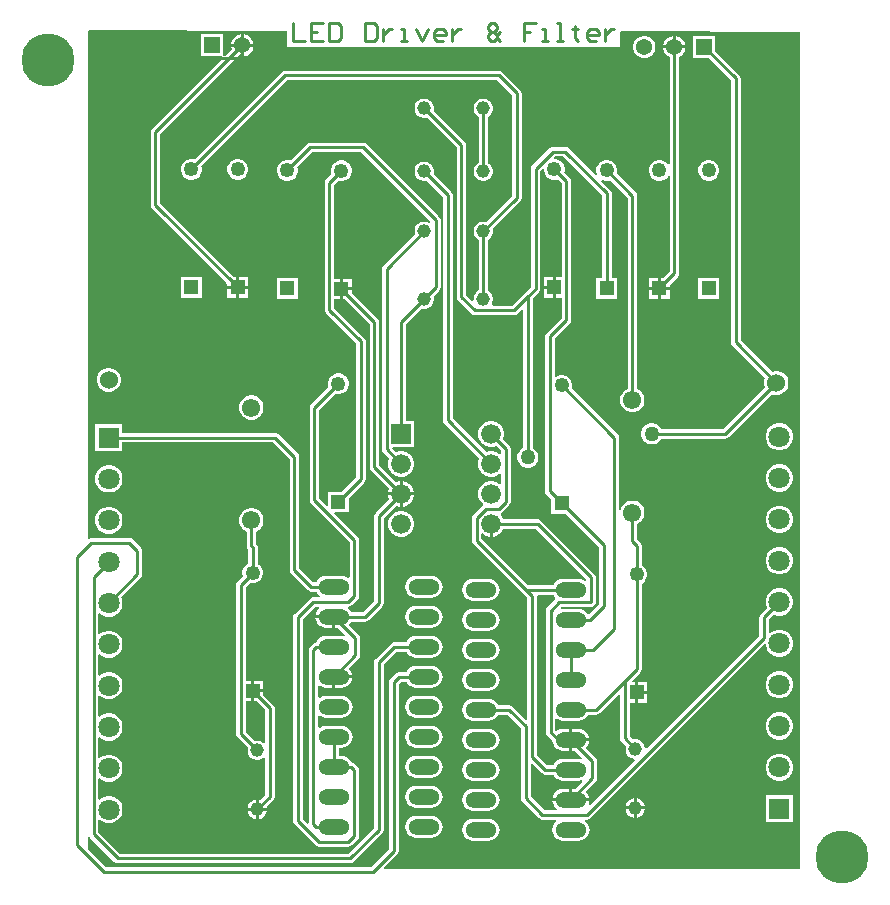
<source format=gtl>
G04*
G04 #@! TF.GenerationSoftware,Altium Limited,Altium Designer,23.9.2 (47)*
G04*
G04 Layer_Physical_Order=1*
G04 Layer_Color=255*
%FSLAX44Y44*%
%MOMM*%
G71*
G04*
G04 #@! TF.SameCoordinates,B01C943C-82B9-4626-82FF-92624BC3EB66*
G04*
G04*
G04 #@! TF.FilePolarity,Positive*
G04*
G01*
G75*
%ADD13C,0.2540*%
%ADD17R,1.2500X1.2500*%
%ADD18C,1.2500*%
%ADD29C,0.2700*%
%ADD30R,1.8000X1.8000*%
%ADD31C,1.8000*%
%ADD32C,4.5000*%
%ADD33C,1.5500*%
%ADD34C,1.1500*%
%ADD35O,2.6416X1.3208*%
%ADD36C,1.3700*%
%ADD37R,1.3700X1.3700*%
%ADD38R,1.3700X1.3700*%
%ADD39C,1.5300*%
%ADD40C,1.6764*%
%ADD41R,1.6764X1.6764*%
%ADD42C,1.2700*%
G36*
X232410Y729894D02*
Y716280D01*
X514262D01*
Y728402D01*
X515161Y729299D01*
X666750Y728980D01*
Y20320D01*
X314608D01*
X314122Y21493D01*
X325384Y32755D01*
X326244Y34042D01*
X326546Y35560D01*
Y177173D01*
X328287Y178914D01*
X333121D01*
X333389Y178269D01*
X334854Y176358D01*
X336765Y174893D01*
X338989Y173971D01*
X341376Y173657D01*
X354584D01*
X356971Y173971D01*
X359195Y174893D01*
X361106Y176358D01*
X362571Y178269D01*
X363493Y180493D01*
X363807Y182880D01*
X363493Y185267D01*
X362571Y187491D01*
X361106Y189402D01*
X359195Y190867D01*
X356971Y191789D01*
X354584Y192103D01*
X341376D01*
X338989Y191789D01*
X336765Y190867D01*
X334854Y189402D01*
X333389Y187491D01*
X333121Y186846D01*
X326644D01*
X325126Y186544D01*
X323839Y185685D01*
X319776Y181621D01*
X318916Y180334D01*
X318614Y178816D01*
Y37203D01*
X303157Y21746D01*
X79113D01*
X63500Y37359D01*
Y47639D01*
X64139Y47844D01*
X64770Y47850D01*
X65521Y46726D01*
X85842Y26405D01*
X87128Y25546D01*
X88646Y25244D01*
X285750D01*
X287268Y25546D01*
X288554Y26405D01*
X312684Y50535D01*
X313544Y51822D01*
X313846Y53340D01*
Y193937D01*
X324223Y204314D01*
X333121D01*
X333389Y203669D01*
X334854Y201758D01*
X336765Y200293D01*
X338989Y199371D01*
X341376Y199057D01*
X354584D01*
X356971Y199371D01*
X359195Y200293D01*
X361106Y201758D01*
X362571Y203669D01*
X363493Y205893D01*
X363807Y208280D01*
X363493Y210667D01*
X362571Y212891D01*
X361106Y214802D01*
X359195Y216267D01*
X356971Y217189D01*
X354584Y217503D01*
X341376D01*
X338989Y217189D01*
X336765Y216267D01*
X334854Y214802D01*
X333389Y212891D01*
X333121Y212246D01*
X322580D01*
X321062Y211944D01*
X319776Y211084D01*
X307076Y198384D01*
X306216Y197098D01*
X305914Y195580D01*
Y54983D01*
X284107Y33176D01*
X90289D01*
X72292Y51173D01*
Y61529D01*
X73465Y62015D01*
X74194Y61286D01*
X76826Y59767D01*
X79761Y58980D01*
X82799D01*
X85734Y59767D01*
X88366Y61286D01*
X90514Y63434D01*
X92034Y66066D01*
X92820Y69001D01*
Y72039D01*
X92034Y74974D01*
X90514Y77606D01*
X88366Y79754D01*
X85734Y81274D01*
X82799Y82060D01*
X79761D01*
X76826Y81274D01*
X74194Y79754D01*
X73465Y79026D01*
X72292Y79512D01*
Y96529D01*
X73465Y97015D01*
X74194Y96286D01*
X76826Y94767D01*
X79761Y93980D01*
X82799D01*
X85734Y94767D01*
X88366Y96286D01*
X90514Y98434D01*
X92034Y101066D01*
X92820Y104001D01*
Y107039D01*
X92034Y109974D01*
X90514Y112606D01*
X88366Y114754D01*
X85734Y116274D01*
X82799Y117060D01*
X79761D01*
X76826Y116274D01*
X74194Y114754D01*
X73465Y114026D01*
X72292Y114512D01*
Y131528D01*
X73465Y132014D01*
X74194Y131286D01*
X76826Y129766D01*
X79761Y128980D01*
X82799D01*
X85734Y129766D01*
X88366Y131286D01*
X90514Y133434D01*
X92034Y136066D01*
X92820Y139001D01*
Y142039D01*
X92034Y144974D01*
X90514Y147606D01*
X88366Y149754D01*
X85734Y151273D01*
X82799Y152060D01*
X79761D01*
X76826Y151273D01*
X74194Y149754D01*
X73465Y149025D01*
X72292Y149511D01*
Y166529D01*
X73465Y167015D01*
X74194Y166286D01*
X76826Y164767D01*
X79761Y163980D01*
X82799D01*
X85734Y164767D01*
X88366Y166286D01*
X90514Y168434D01*
X92034Y171066D01*
X92820Y174001D01*
Y177039D01*
X92034Y179974D01*
X90514Y182606D01*
X88366Y184754D01*
X85734Y186274D01*
X82799Y187060D01*
X79761D01*
X76826Y186274D01*
X74194Y184754D01*
X73465Y184026D01*
X72292Y184512D01*
Y201529D01*
X73465Y202015D01*
X74194Y201286D01*
X76826Y199767D01*
X79761Y198980D01*
X82799D01*
X85734Y199767D01*
X88366Y201286D01*
X90514Y203435D01*
X92034Y206066D01*
X92820Y209001D01*
Y212040D01*
X92034Y214975D01*
X90514Y217606D01*
X88366Y219755D01*
X85734Y221274D01*
X82799Y222060D01*
X79761D01*
X76826Y221274D01*
X74194Y219755D01*
X73465Y219026D01*
X72292Y219512D01*
Y236528D01*
X73465Y237015D01*
X74194Y236286D01*
X76826Y234766D01*
X79761Y233980D01*
X82799D01*
X85734Y234766D01*
X88366Y236286D01*
X90514Y238434D01*
X92034Y241066D01*
X92820Y244001D01*
Y247039D01*
X92034Y249974D01*
X91781Y250412D01*
X108215Y266845D01*
X109074Y268132D01*
X109376Y269650D01*
Y289560D01*
X109074Y291078D01*
X108215Y292365D01*
X101363Y299216D01*
X100076Y300076D01*
X98558Y300378D01*
X66542D01*
X65024Y300076D01*
X64770Y299906D01*
X63500Y300585D01*
Y729351D01*
X64399Y730248D01*
X232410Y729894D01*
D02*
G37*
%LPC*%
G36*
X195580Y726931D02*
Y718820D01*
X203691D01*
X203060Y721174D01*
X201824Y723316D01*
X200076Y725064D01*
X197934Y726300D01*
X195580Y726931D01*
D02*
G37*
G36*
X193040D02*
X190686Y726300D01*
X188544Y725064D01*
X186796Y723316D01*
X185560Y721174D01*
X184929Y718820D01*
X193040D01*
Y726931D01*
D02*
G37*
G36*
X561340Y725661D02*
Y717550D01*
X569451D01*
X568820Y719904D01*
X567584Y722046D01*
X565836Y723794D01*
X563694Y725030D01*
X561340Y725661D01*
D02*
G37*
G36*
X558800D02*
X556446Y725030D01*
X554304Y723794D01*
X552556Y722046D01*
X551320Y719904D01*
X550689Y717550D01*
X558800D01*
Y725661D01*
D02*
G37*
G36*
X203691Y716280D02*
X195580D01*
Y708169D01*
X197934Y708800D01*
X200076Y710036D01*
X201824Y711784D01*
X203060Y713926D01*
X203691Y716280D01*
D02*
G37*
G36*
X178300Y726940D02*
X159520D01*
Y708160D01*
X177355Y708160D01*
X177426D01*
D01*
X177515Y708160D01*
X177595Y707967D01*
X178041Y706890D01*
X117845Y646694D01*
X116986Y645408D01*
X116684Y643890D01*
Y582460D01*
X116986Y580942D01*
X117845Y579656D01*
X181710Y515791D01*
Y513880D01*
X189230D01*
Y521400D01*
X187319D01*
X124616Y584103D01*
Y642247D01*
X191067Y708698D01*
X193040Y708169D01*
Y716280D01*
X184929D01*
X185458Y714307D01*
X179570Y708419D01*
X178300Y708945D01*
X178300Y709034D01*
X178300Y709034D01*
X178300Y709105D01*
Y726940D01*
D02*
G37*
G36*
X535906Y725670D02*
X533434D01*
X531046Y725030D01*
X528904Y723794D01*
X527156Y722046D01*
X525920Y719904D01*
X525280Y717516D01*
Y715044D01*
X525920Y712656D01*
X527156Y710514D01*
X528904Y708766D01*
X531046Y707530D01*
X533434Y706890D01*
X535906D01*
X538294Y707530D01*
X540436Y708766D01*
X542184Y710514D01*
X543420Y712656D01*
X544060Y715044D01*
Y717516D01*
X543420Y719904D01*
X542184Y722046D01*
X540436Y723794D01*
X538294Y725030D01*
X535906Y725670D01*
D02*
G37*
G36*
X569451Y715010D02*
X560070D01*
X550689D01*
X551320Y712656D01*
X552556Y710514D01*
X554304Y708766D01*
X556104Y707727D01*
Y616802D01*
X554834Y616462D01*
X554404Y617207D01*
X552767Y618843D01*
X550763Y620001D01*
X548527Y620600D01*
X546213D01*
X543977Y620001D01*
X541973Y618843D01*
X540336Y617207D01*
X539179Y615203D01*
X538580Y612967D01*
Y610653D01*
X539179Y608417D01*
X540336Y606413D01*
X541973Y604776D01*
X543977Y603619D01*
X546213Y603020D01*
X548527D01*
X550763Y603619D01*
X552767Y604776D01*
X554404Y606413D01*
X554834Y607158D01*
X556104Y606817D01*
Y526153D01*
X550551Y520600D01*
X548640D01*
Y513080D01*
X556160D01*
Y514991D01*
X562874Y521706D01*
X563734Y522992D01*
X564036Y524510D01*
Y707727D01*
X565836Y708766D01*
X567584Y710514D01*
X568820Y712656D01*
X569451Y715010D01*
D02*
G37*
G36*
X191657Y621400D02*
X189343D01*
X187107Y620801D01*
X185103Y619644D01*
X183466Y618007D01*
X182309Y616003D01*
X181710Y613767D01*
Y611453D01*
X182309Y609217D01*
X183466Y607213D01*
X185103Y605576D01*
X187107Y604419D01*
X189343Y603820D01*
X191657D01*
X193893Y604419D01*
X195897Y605576D01*
X197534Y607213D01*
X198691Y609217D01*
X199290Y611453D01*
Y613767D01*
X198691Y616003D01*
X197534Y618007D01*
X195897Y619644D01*
X193893Y620801D01*
X191657Y621400D01*
D02*
G37*
G36*
X590437Y620600D02*
X588123D01*
X585887Y620001D01*
X583883Y618843D01*
X582246Y617207D01*
X581089Y615203D01*
X580490Y612967D01*
Y610653D01*
X581089Y608417D01*
X582246Y606413D01*
X583883Y604776D01*
X585887Y603619D01*
X588123Y603020D01*
X590437D01*
X592673Y603619D01*
X594677Y604776D01*
X596314Y606413D01*
X597471Y608417D01*
X598070Y610653D01*
Y612967D01*
X597471Y615203D01*
X596314Y617207D01*
X594677Y618843D01*
X592673Y620001D01*
X590437Y620600D01*
D02*
G37*
G36*
X399472Y672500D02*
X397289D01*
X395180Y671935D01*
X393290Y670844D01*
X391747Y669300D01*
X390655Y667410D01*
X390090Y665301D01*
Y663119D01*
X390655Y661010D01*
X391747Y659120D01*
X393290Y657576D01*
X394414Y656927D01*
Y618153D01*
X393290Y617504D01*
X391747Y615960D01*
X390655Y614070D01*
X390090Y611961D01*
Y609779D01*
X390655Y607670D01*
X391747Y605780D01*
X393290Y604236D01*
X395180Y603145D01*
X397289Y602580D01*
X399472D01*
X401580Y603145D01*
X403470Y604236D01*
X405014Y605780D01*
X406105Y607670D01*
X406670Y609779D01*
Y611961D01*
X406105Y614070D01*
X405014Y615960D01*
X403470Y617504D01*
X402346Y618153D01*
Y656927D01*
X403470Y657576D01*
X405014Y659120D01*
X406105Y661010D01*
X406670Y663119D01*
Y665301D01*
X406105Y667410D01*
X405014Y669300D01*
X403470Y670844D01*
X401580Y671935D01*
X399472Y672500D01*
D02*
G37*
G36*
X279287Y620130D02*
X276973D01*
X274737Y619531D01*
X272733Y618374D01*
X271096Y616737D01*
X269939Y614733D01*
X269340Y612497D01*
Y610183D01*
X269768Y608587D01*
X265166Y603984D01*
X264306Y602698D01*
X264004Y601180D01*
Y493776D01*
X264306Y492258D01*
X265166Y490971D01*
X290674Y465463D01*
Y351693D01*
X278771Y339790D01*
X266800D01*
Y327970D01*
X265627Y327484D01*
X259236Y333875D01*
Y409037D01*
X272837Y422638D01*
X274433Y422210D01*
X276747D01*
X278983Y422809D01*
X280987Y423966D01*
X282624Y425603D01*
X283781Y427607D01*
X284380Y429843D01*
Y432157D01*
X283781Y434393D01*
X282624Y436397D01*
X280987Y438034D01*
X278983Y439191D01*
X276747Y439790D01*
X274433D01*
X272197Y439191D01*
X270193Y438034D01*
X268556Y436397D01*
X267399Y434393D01*
X266800Y432157D01*
Y429843D01*
X267228Y428247D01*
X252465Y413484D01*
X251606Y412198D01*
X251304Y410680D01*
Y332232D01*
X251606Y330714D01*
X252465Y329427D01*
X285086Y296807D01*
Y267064D01*
X283816Y266438D01*
X282995Y267067D01*
X280771Y267989D01*
X278384Y268303D01*
X265176D01*
X262789Y267989D01*
X260565Y267067D01*
X258654Y265602D01*
X257189Y263691D01*
X256922Y263046D01*
X254373D01*
X242218Y275201D01*
Y369316D01*
X241916Y370834D01*
X241056Y372121D01*
X224852Y388325D01*
X223566Y389184D01*
X222048Y389486D01*
X92820D01*
Y397060D01*
X69740D01*
Y373980D01*
X92820D01*
Y381554D01*
X220405D01*
X234286Y367673D01*
Y273558D01*
X234588Y272040D01*
X235448Y270753D01*
X249925Y256276D01*
X251212Y255416D01*
X252730Y255114D01*
X256922D01*
X257189Y254469D01*
X258654Y252558D01*
X259882Y251616D01*
X259451Y250346D01*
X254254D01*
X252736Y250044D01*
X251450Y249184D01*
X238496Y236231D01*
X237636Y234944D01*
X237334Y233426D01*
Y60960D01*
X237636Y59442D01*
X238496Y58155D01*
X256276Y40375D01*
X257562Y39516D01*
X259080Y39214D01*
X283972D01*
X285490Y39516D01*
X286777Y40375D01*
X291856Y45455D01*
X292716Y46742D01*
X293018Y48260D01*
Y104140D01*
X292716Y105658D01*
X291856Y106945D01*
X289317Y109485D01*
X288030Y110344D01*
X286650Y110619D01*
X286371Y111291D01*
X284906Y113202D01*
X282995Y114667D01*
X280771Y115589D01*
X278384Y115903D01*
X275746D01*
Y122857D01*
X278384D01*
X280771Y123171D01*
X282995Y124093D01*
X284906Y125558D01*
X286371Y127469D01*
X287293Y129693D01*
X287607Y132080D01*
X287293Y134467D01*
X286371Y136691D01*
X284906Y138602D01*
X282995Y140067D01*
X280771Y140989D01*
X278384Y141303D01*
X265176D01*
X262789Y140989D01*
X260565Y140067D01*
X259744Y139438D01*
X258474Y140064D01*
Y149496D01*
X259744Y150122D01*
X260565Y149493D01*
X262789Y148571D01*
X265176Y148257D01*
X278384D01*
X280771Y148571D01*
X282995Y149493D01*
X284906Y150958D01*
X286371Y152869D01*
X287293Y155093D01*
X287607Y157480D01*
X287293Y159867D01*
X286371Y162091D01*
X284906Y164002D01*
X282995Y165467D01*
X280771Y166389D01*
X278384Y166703D01*
X265176D01*
X262789Y166389D01*
X260565Y165467D01*
X259744Y164838D01*
X258474Y165464D01*
Y174896D01*
X259744Y175522D01*
X260565Y174893D01*
X262789Y173971D01*
X265176Y173657D01*
X270510D01*
Y182880D01*
X271780D01*
Y184150D01*
X287440D01*
X287293Y185267D01*
X286371Y187491D01*
X284906Y189402D01*
X284844Y190335D01*
X292873Y198363D01*
X293732Y199650D01*
X294034Y201168D01*
Y215392D01*
X293732Y216910D01*
X292873Y218197D01*
X284844Y226225D01*
X284906Y227158D01*
X286371Y229069D01*
X286639Y229714D01*
X298450D01*
X299968Y230016D01*
X301255Y230875D01*
X312684Y242306D01*
X313544Y243592D01*
X313846Y245110D01*
Y317127D01*
X324491Y327771D01*
X324714Y327642D01*
X327492Y326898D01*
X327660D01*
Y336550D01*
X318008D01*
Y336382D01*
X318752Y333604D01*
X318881Y333381D01*
X307076Y321575D01*
X306216Y320288D01*
X305914Y318770D01*
Y246753D01*
X296807Y237646D01*
X286639D01*
X286371Y238291D01*
X284906Y240202D01*
X283678Y241144D01*
X283906Y242130D01*
X284081Y242435D01*
X285490Y242716D01*
X286777Y243575D01*
X291856Y248655D01*
X292716Y249942D01*
X293018Y251460D01*
Y298450D01*
X292716Y299968D01*
X291856Y301255D01*
X272074Y321037D01*
X272560Y322210D01*
X284380D01*
Y334181D01*
X297444Y347246D01*
X298304Y348532D01*
X298606Y350050D01*
Y467106D01*
X298304Y468624D01*
X297444Y469911D01*
X271936Y495419D01*
Y502550D01*
X276860D01*
Y511340D01*
Y520130D01*
X271936D01*
Y599537D01*
X275377Y602978D01*
X276973Y602550D01*
X279287D01*
X281523Y603149D01*
X283527Y604306D01*
X285164Y605943D01*
X286321Y607947D01*
X286920Y610183D01*
Y612497D01*
X286321Y614733D01*
X285164Y616737D01*
X283527Y618374D01*
X281523Y619531D01*
X279287Y620130D01*
D02*
G37*
G36*
X411480Y696116D02*
X230670D01*
X229152Y695814D01*
X227866Y694955D01*
X153883Y620972D01*
X152287Y621400D01*
X149973D01*
X147737Y620801D01*
X145733Y619644D01*
X144096Y618007D01*
X142939Y616003D01*
X142340Y613767D01*
Y611453D01*
X142939Y609217D01*
X144096Y607213D01*
X145733Y605576D01*
X147737Y604419D01*
X149973Y603820D01*
X152287D01*
X154523Y604419D01*
X156527Y605576D01*
X158164Y607213D01*
X159321Y609217D01*
X159920Y611453D01*
Y613767D01*
X159492Y615363D01*
X232313Y688184D01*
X409837D01*
X422754Y675267D01*
Y590053D01*
X400725Y568024D01*
X399472Y568360D01*
X397289D01*
X395180Y567795D01*
X393290Y566704D01*
X391747Y565160D01*
X390655Y563270D01*
X390090Y561161D01*
Y558979D01*
X390655Y556870D01*
X391747Y554980D01*
X393290Y553436D01*
X394414Y552787D01*
Y510203D01*
X393290Y509554D01*
X391747Y508010D01*
X390655Y506120D01*
X390090Y504011D01*
Y501829D01*
X390122Y501712D01*
X388983Y501054D01*
X383696Y506341D01*
Y632860D01*
X383394Y634378D01*
X382534Y635664D01*
X356334Y661865D01*
X356670Y663119D01*
Y665301D01*
X356105Y667410D01*
X355013Y669300D01*
X353470Y670844D01*
X351580Y671935D01*
X349471Y672500D01*
X347288D01*
X345180Y671935D01*
X343290Y670844D01*
X341746Y669300D01*
X340655Y667410D01*
X340090Y665301D01*
Y663119D01*
X340655Y661010D01*
X341746Y659120D01*
X343290Y657576D01*
X345180Y656485D01*
X347288Y655920D01*
X349471D01*
X350725Y656256D01*
X375764Y631217D01*
Y504698D01*
X376066Y503180D01*
X376926Y501894D01*
X388355Y490463D01*
X389642Y489604D01*
X391160Y489302D01*
X424434D01*
X425952Y489604D01*
X427239Y490463D01*
X430979Y494203D01*
X432152Y493717D01*
Y376783D01*
X430659Y375922D01*
X429004Y374267D01*
X427834Y372239D01*
X427228Y369978D01*
Y367638D01*
X427834Y365377D01*
X429004Y363349D01*
X430659Y361694D01*
X432687Y360524D01*
X434948Y359918D01*
X437288D01*
X439549Y360524D01*
X441577Y361694D01*
X443232Y363349D01*
X444402Y365377D01*
X445008Y367638D01*
Y369978D01*
X444402Y372239D01*
X443232Y374267D01*
X441577Y375922D01*
X440084Y376783D01*
Y503309D01*
X445527Y508751D01*
X446386Y510038D01*
X446688Y511556D01*
Y611513D01*
X448410Y613235D01*
X449680Y612709D01*
Y611453D01*
X450279Y609217D01*
X451436Y607213D01*
X453073Y605576D01*
X455077Y604419D01*
X457313Y603820D01*
X459627D01*
X461223Y604248D01*
X464664Y600807D01*
Y521400D01*
X459740D01*
Y512610D01*
Y503820D01*
X464664D01*
Y486783D01*
X451856Y473974D01*
X450996Y472688D01*
X450694Y471170D01*
Y339890D01*
X450996Y338372D01*
X451856Y337086D01*
X456030Y332911D01*
Y320940D01*
X468001D01*
X496414Y292527D01*
Y244213D01*
X488273Y236072D01*
X488030Y236009D01*
X486651Y236246D01*
X485566Y237662D01*
X483655Y239127D01*
X481431Y240049D01*
X479044Y240363D01*
X465836D01*
X464735Y240218D01*
X464032Y241406D01*
X464413Y241926D01*
X489575Y242160D01*
X490315Y242314D01*
X491056Y242462D01*
X491072Y242472D01*
X491090Y242476D01*
X491714Y242902D01*
X492343Y243321D01*
X492353Y243337D01*
X492369Y243348D01*
X492783Y243980D01*
X493203Y244608D01*
X493206Y244627D01*
X493217Y244642D01*
X493357Y245387D01*
X493504Y246126D01*
Y267382D01*
X493203Y268899D01*
X492343Y270186D01*
X447304Y315224D01*
X446018Y316084D01*
X444500Y316386D01*
X415375D01*
X415308Y316636D01*
X413870Y319126D01*
X412862Y320134D01*
X412916Y320662D01*
X413201Y321591D01*
X414285Y322315D01*
X420381Y328411D01*
X421240Y329698D01*
X421542Y331216D01*
Y376174D01*
X421240Y377692D01*
X420381Y378979D01*
X415178Y384180D01*
X415308Y384404D01*
X416052Y387182D01*
Y390058D01*
X415308Y392836D01*
X413870Y395326D01*
X411836Y397360D01*
X409346Y398798D01*
X406568Y399542D01*
X403692D01*
X400914Y398798D01*
X398424Y397360D01*
X396390Y395326D01*
X394952Y392836D01*
X394208Y390058D01*
Y387182D01*
X394952Y384404D01*
X396390Y381914D01*
X398424Y379880D01*
X400914Y378442D01*
X403692Y377698D01*
X406568D01*
X409346Y378442D01*
X409570Y378572D01*
X413610Y374531D01*
Y371846D01*
X412436Y371359D01*
X411836Y371960D01*
X409346Y373398D01*
X406568Y374142D01*
X403692D01*
X400914Y373398D01*
X400690Y373269D01*
X372266Y401693D01*
Y590950D01*
X371964Y592468D01*
X371105Y593754D01*
X356334Y608525D01*
X356670Y609779D01*
Y611961D01*
X356105Y614070D01*
X355013Y615960D01*
X353470Y617504D01*
X351580Y618595D01*
X349471Y619160D01*
X347288D01*
X345180Y618595D01*
X343290Y617504D01*
X341746Y615960D01*
X340655Y614070D01*
X340090Y611961D01*
Y609779D01*
X340655Y607670D01*
X341746Y605780D01*
X343290Y604236D01*
X345180Y603145D01*
X347288Y602580D01*
X349471D01*
X350725Y602916D01*
X364334Y589307D01*
Y400050D01*
X364636Y398532D01*
X365495Y397245D01*
X395081Y367659D01*
X394952Y367436D01*
X394208Y364658D01*
Y361782D01*
X394952Y359004D01*
X396390Y356514D01*
X398424Y354480D01*
X400914Y353042D01*
X403692Y352298D01*
X406568D01*
X409346Y353042D01*
X411836Y354480D01*
X412436Y355080D01*
X413610Y354594D01*
Y346446D01*
X412436Y345960D01*
X411836Y346560D01*
X409346Y347998D01*
X406568Y348742D01*
X403692D01*
X400914Y347998D01*
X398424Y346560D01*
X396390Y344526D01*
X394952Y342036D01*
X394208Y339258D01*
Y336382D01*
X394952Y333604D01*
X396390Y331114D01*
X397831Y329673D01*
X397749Y328114D01*
X397719Y328071D01*
X397500Y327924D01*
X389879Y320304D01*
X389020Y319018D01*
X388718Y317500D01*
Y298196D01*
X389020Y296678D01*
X389879Y295392D01*
X431535Y253736D01*
X435708Y249563D01*
Y146871D01*
X434534Y146384D01*
X423175Y157745D01*
X421888Y158604D01*
X420370Y158906D01*
X411099D01*
X410831Y159551D01*
X409366Y161462D01*
X407455Y162927D01*
X405231Y163849D01*
X402844Y164163D01*
X389636D01*
X387249Y163849D01*
X385025Y162927D01*
X383114Y161462D01*
X381649Y159551D01*
X380727Y157327D01*
X380413Y154940D01*
X380727Y152553D01*
X381649Y150329D01*
X383114Y148418D01*
X385025Y146953D01*
X387249Y146031D01*
X389636Y145717D01*
X402844D01*
X405231Y146031D01*
X407455Y146953D01*
X409366Y148418D01*
X410831Y150329D01*
X411099Y150974D01*
X418727D01*
X430374Y139327D01*
Y80010D01*
X430676Y78492D01*
X431535Y77206D01*
X445505Y63236D01*
X446792Y62376D01*
X448310Y62074D01*
X460111D01*
X460542Y60804D01*
X459314Y59862D01*
X457849Y57951D01*
X456927Y55727D01*
X456613Y53340D01*
X456927Y50953D01*
X457849Y48729D01*
X459314Y46818D01*
X461225Y45353D01*
X463449Y44431D01*
X465836Y44117D01*
X479044D01*
X481431Y44431D01*
X483655Y45353D01*
X485566Y46818D01*
X487031Y48729D01*
X487953Y50953D01*
X488267Y53340D01*
X487953Y55727D01*
X487031Y57951D01*
X485566Y59862D01*
X484338Y60804D01*
X484769Y62074D01*
X485902D01*
X487420Y62376D01*
X488707Y63236D01*
X636257Y210786D01*
X637430Y210300D01*
Y209711D01*
X638217Y206776D01*
X639736Y204144D01*
X641884Y201996D01*
X644516Y200476D01*
X647451Y199690D01*
X650489D01*
X653424Y200476D01*
X656056Y201996D01*
X658204Y204144D01*
X659724Y206776D01*
X660510Y209711D01*
Y212749D01*
X659724Y215684D01*
X658204Y218316D01*
X656056Y220464D01*
X653424Y221984D01*
X650489Y222770D01*
X647451D01*
X644516Y221984D01*
X641884Y220464D01*
X641155Y219736D01*
X639982Y220222D01*
Y231633D01*
X644078Y235729D01*
X644516Y235477D01*
X647451Y234690D01*
X650489D01*
X653424Y235477D01*
X656056Y236996D01*
X658204Y239144D01*
X659724Y241776D01*
X660510Y244711D01*
Y247749D01*
X659724Y250684D01*
X658204Y253316D01*
X656056Y255464D01*
X653424Y256984D01*
X650489Y257770D01*
X647451D01*
X644516Y256984D01*
X641884Y255464D01*
X639736Y253316D01*
X638217Y250684D01*
X637430Y247749D01*
Y244711D01*
X638217Y241776D01*
X638469Y241338D01*
X633212Y236081D01*
X632352Y234794D01*
X632050Y233276D01*
Y217797D01*
X536513Y122260D01*
X535340Y122746D01*
Y123011D01*
X534775Y125120D01*
X533684Y127010D01*
X532140Y128554D01*
X530250Y129645D01*
X528141Y130210D01*
X525959D01*
X524705Y129874D01*
X522126Y132453D01*
Y160920D01*
X527050D01*
Y169710D01*
Y178500D01*
X524859D01*
X524372Y179673D01*
X531124Y186425D01*
X531984Y187712D01*
X532286Y189230D01*
Y261850D01*
X533717Y262676D01*
X535354Y264313D01*
X536511Y266317D01*
X537110Y268553D01*
Y270867D01*
X536511Y273103D01*
X535354Y275107D01*
X533717Y276744D01*
X532286Y277570D01*
Y293878D01*
X531984Y295396D01*
X531124Y296682D01*
X528476Y299331D01*
Y312280D01*
X528482Y312281D01*
X530828Y313636D01*
X532744Y315552D01*
X534099Y317898D01*
X534800Y320515D01*
Y323224D01*
X534099Y325842D01*
X532744Y328188D01*
X530828Y330104D01*
X528482Y331459D01*
X525865Y332160D01*
X523155D01*
X520538Y331459D01*
X518192Y330104D01*
X516276Y328188D01*
X514921Y325842D01*
X514506Y324293D01*
X513236Y324460D01*
Y385280D01*
X512934Y386798D01*
X512075Y388084D01*
X473182Y426977D01*
X473610Y428573D01*
Y430887D01*
X473011Y433123D01*
X471854Y435127D01*
X470217Y436764D01*
X468213Y437921D01*
X465977Y438520D01*
X463663D01*
X461427Y437921D01*
X459896Y437037D01*
X458626Y437653D01*
Y469527D01*
X471435Y482336D01*
X472294Y483622D01*
X472596Y485140D01*
Y602450D01*
X472294Y603968D01*
X471435Y605254D01*
X466832Y609857D01*
X467260Y611453D01*
Y613767D01*
X466661Y616003D01*
X465504Y618007D01*
X463867Y619644D01*
X461863Y620801D01*
X459627Y621400D01*
X458371D01*
X457845Y622670D01*
X458843Y623668D01*
X466225D01*
X498954Y590939D01*
Y520600D01*
X494130D01*
Y503020D01*
X511710D01*
Y520600D01*
X506886D01*
Y592582D01*
X506584Y594100D01*
X505724Y595387D01*
X498182Y602929D01*
X498962Y603945D01*
X499527Y603619D01*
X501763Y603020D01*
X504077D01*
X505673Y603447D01*
X520544Y588577D01*
Y426860D01*
X520538Y426859D01*
X518192Y425504D01*
X516276Y423588D01*
X514921Y421242D01*
X514220Y418625D01*
Y415915D01*
X514921Y413298D01*
X516276Y410952D01*
X518192Y409036D01*
X520538Y407681D01*
X523155Y406980D01*
X525865D01*
X528482Y407681D01*
X530828Y409036D01*
X532744Y410952D01*
X534099Y413298D01*
X534800Y415915D01*
Y418625D01*
X534099Y421242D01*
X532744Y423588D01*
X530828Y425504D01*
X528482Y426859D01*
X528476Y426860D01*
Y590220D01*
X528174Y591738D01*
X527314Y593024D01*
X511282Y609057D01*
X511710Y610653D01*
Y612967D01*
X511111Y615203D01*
X509954Y617207D01*
X508317Y618843D01*
X506313Y620001D01*
X504077Y620600D01*
X501763D01*
X499527Y620001D01*
X497523Y618843D01*
X495886Y617207D01*
X494729Y615203D01*
X494130Y612967D01*
Y610653D01*
X494729Y608417D01*
X495055Y607852D01*
X494039Y607072D01*
X470672Y630438D01*
X469386Y631298D01*
X467868Y631600D01*
X457200D01*
X455682Y631298D01*
X454395Y630438D01*
X439917Y615961D01*
X439058Y614674D01*
X438756Y613156D01*
Y513199D01*
X433313Y507757D01*
X422791Y497234D01*
X406136D01*
X405403Y498504D01*
X406105Y499720D01*
X406670Y501829D01*
Y504011D01*
X406105Y506120D01*
X405014Y508010D01*
X403470Y509554D01*
X402346Y510203D01*
Y552787D01*
X403470Y553436D01*
X405014Y554980D01*
X406105Y556870D01*
X406670Y558979D01*
Y561161D01*
X406334Y562415D01*
X429524Y585605D01*
X430384Y586892D01*
X430686Y588410D01*
Y676910D01*
X430384Y678428D01*
X429524Y679715D01*
X414285Y694955D01*
X412998Y695814D01*
X411480Y696116D01*
D02*
G37*
G36*
X296672Y635156D02*
X251790D01*
X250272Y634854D01*
X248986Y633994D01*
X235163Y620172D01*
X233567Y620600D01*
X231253D01*
X229017Y620001D01*
X227013Y618843D01*
X225376Y617207D01*
X224219Y615203D01*
X223620Y612967D01*
Y610653D01*
X224219Y608417D01*
X225376Y606413D01*
X227013Y604776D01*
X229017Y603619D01*
X231253Y603020D01*
X233567D01*
X235803Y603619D01*
X237807Y604776D01*
X239444Y606413D01*
X240601Y608417D01*
X241200Y610653D01*
Y612967D01*
X240772Y614563D01*
X253433Y627224D01*
X295029D01*
X353474Y568779D01*
X353391Y568216D01*
X352009Y567547D01*
X351580Y567795D01*
X349471Y568360D01*
X347288D01*
X345180Y567795D01*
X343290Y566704D01*
X341746Y565160D01*
X340655Y563270D01*
X340090Y561161D01*
Y558979D01*
X340426Y557725D01*
X313680Y530979D01*
X312820Y529692D01*
X312518Y528174D01*
Y375666D01*
X312820Y374148D01*
X313680Y372862D01*
X318881Y367659D01*
X318752Y367436D01*
X318008Y364658D01*
Y361782D01*
X318752Y359004D01*
X320190Y356514D01*
X322224Y354480D01*
X324714Y353042D01*
X327492Y352298D01*
X330368D01*
X333146Y353042D01*
X335636Y354480D01*
X337670Y356514D01*
X339108Y359004D01*
X339852Y361782D01*
Y364658D01*
X339108Y367436D01*
X337670Y369926D01*
X335636Y371960D01*
X333146Y373398D01*
X330368Y374142D01*
X327492D01*
X324714Y373398D01*
X324491Y373269D01*
X321331Y376428D01*
X321857Y377698D01*
X339852D01*
Y399542D01*
X332896D01*
Y481827D01*
X346035Y494966D01*
X347288Y494630D01*
X349471D01*
X351580Y495195D01*
X353470Y496286D01*
X355013Y497830D01*
X356105Y499720D01*
X356670Y501829D01*
Y504011D01*
X356334Y505265D01*
X360945Y509876D01*
X361804Y511162D01*
X362106Y512680D01*
Y569722D01*
X361804Y571240D01*
X360945Y572527D01*
X299477Y633994D01*
X298190Y634854D01*
X296672Y635156D01*
D02*
G37*
G36*
X199290Y521400D02*
X191770D01*
Y513880D01*
X199290D01*
Y521400D01*
D02*
G37*
G36*
X457200D02*
X449680D01*
Y513880D01*
X457200D01*
Y521400D01*
D02*
G37*
G36*
X546100Y520600D02*
X538580D01*
Y513080D01*
X546100D01*
Y520600D01*
D02*
G37*
G36*
X286920Y520130D02*
X279400D01*
Y512610D01*
X286920D01*
Y520130D01*
D02*
G37*
G36*
X457200Y511340D02*
X449680D01*
Y503820D01*
X457200D01*
Y511340D01*
D02*
G37*
G36*
X199290D02*
X191770D01*
Y503820D01*
X199290D01*
Y511340D01*
D02*
G37*
G36*
X189230D02*
X181710D01*
Y503820D01*
X189230D01*
Y511340D01*
D02*
G37*
G36*
X159920Y521400D02*
X142340D01*
Y503820D01*
X159920D01*
Y521400D01*
D02*
G37*
G36*
X598070Y520600D02*
X580490D01*
Y503020D01*
X598070D01*
Y520600D01*
D02*
G37*
G36*
X556160Y510540D02*
X548640D01*
Y503020D01*
X556160D01*
Y510540D01*
D02*
G37*
G36*
X546100D02*
X538580D01*
Y503020D01*
X546100D01*
Y510540D01*
D02*
G37*
G36*
X241200Y520600D02*
X223620D01*
Y503020D01*
X241200D01*
Y520600D01*
D02*
G37*
G36*
X82622Y444530D02*
X79938D01*
X77347Y443836D01*
X75023Y442494D01*
X73126Y440597D01*
X71784Y438273D01*
X71090Y435682D01*
Y432998D01*
X71784Y430407D01*
X73126Y428083D01*
X75023Y426186D01*
X77347Y424844D01*
X79938Y424150D01*
X82622D01*
X85213Y424844D01*
X87537Y426186D01*
X89434Y428083D01*
X90776Y430407D01*
X91470Y432998D01*
Y435682D01*
X90776Y438273D01*
X89434Y440597D01*
X87537Y442494D01*
X85213Y443836D01*
X82622Y444530D01*
D02*
G37*
G36*
X594860Y725670D02*
X576080D01*
Y706890D01*
X589251D01*
X608174Y687967D01*
Y466090D01*
X608476Y464572D01*
X609336Y463285D01*
X636925Y435696D01*
X636240Y433142D01*
Y430458D01*
X636925Y427904D01*
X601607Y392586D01*
X548995D01*
X548134Y394079D01*
X546479Y395734D01*
X544451Y396904D01*
X542190Y397510D01*
X539850D01*
X537589Y396904D01*
X535561Y395734D01*
X533906Y394079D01*
X532736Y392051D01*
X532130Y389790D01*
Y387450D01*
X532736Y385189D01*
X533906Y383161D01*
X535561Y381506D01*
X537589Y380336D01*
X539850Y379730D01*
X542190D01*
X544451Y380336D01*
X546479Y381506D01*
X548134Y383161D01*
X548995Y384654D01*
X603250D01*
X604768Y384956D01*
X606054Y385816D01*
X642534Y422295D01*
X645088Y421610D01*
X647772D01*
X650363Y422304D01*
X652687Y423646D01*
X654584Y425543D01*
X655926Y427867D01*
X656620Y430458D01*
Y433142D01*
X655926Y435733D01*
X654584Y438057D01*
X652687Y439954D01*
X650363Y441296D01*
X647772Y441990D01*
X645088D01*
X642534Y441305D01*
X616106Y467733D01*
Y689610D01*
X615804Y691128D01*
X614944Y692414D01*
X594860Y712499D01*
Y725670D01*
D02*
G37*
G36*
X203285Y421210D02*
X200575D01*
X197958Y420509D01*
X195612Y419154D01*
X193696Y417238D01*
X192341Y414892D01*
X191640Y412275D01*
Y409566D01*
X192341Y406948D01*
X193696Y404602D01*
X195612Y402686D01*
X197958Y401331D01*
X200575Y400630D01*
X203285D01*
X205902Y401331D01*
X208248Y402686D01*
X210164Y404602D01*
X211519Y406948D01*
X212220Y409566D01*
Y412275D01*
X211519Y414892D01*
X210164Y417238D01*
X208248Y419154D01*
X205902Y420509D01*
X203285Y421210D01*
D02*
G37*
G36*
X650489Y397770D02*
X647451D01*
X644516Y396984D01*
X641884Y395465D01*
X639736Y393316D01*
X638217Y390685D01*
X637430Y387750D01*
Y384711D01*
X638217Y381776D01*
X639736Y379145D01*
X641884Y376996D01*
X644516Y375477D01*
X647451Y374690D01*
X650489D01*
X653424Y375477D01*
X656056Y376996D01*
X658204Y379145D01*
X659724Y381776D01*
X660510Y384711D01*
Y387750D01*
X659724Y390685D01*
X658204Y393316D01*
X656056Y395465D01*
X653424Y396984D01*
X650489Y397770D01*
D02*
G37*
G36*
Y362770D02*
X647451D01*
X644516Y361984D01*
X641884Y360465D01*
X639736Y358316D01*
X638217Y355685D01*
X637430Y352749D01*
Y349711D01*
X638217Y346776D01*
X639736Y344145D01*
X641884Y341996D01*
X644516Y340477D01*
X647451Y339690D01*
X650489D01*
X653424Y340477D01*
X656056Y341996D01*
X658204Y344145D01*
X659724Y346776D01*
X660510Y349711D01*
Y352749D01*
X659724Y355685D01*
X658204Y358316D01*
X656056Y360465D01*
X653424Y361984D01*
X650489Y362770D01*
D02*
G37*
G36*
X330368Y348742D02*
X330200D01*
Y339090D01*
X339852D01*
Y339258D01*
X339108Y342036D01*
X337670Y344526D01*
X335636Y346560D01*
X333146Y347998D01*
X330368Y348742D01*
D02*
G37*
G36*
X286920Y510070D02*
X279400D01*
Y502550D01*
X281311D01*
X302104Y481757D01*
Y360680D01*
X302406Y359162D01*
X303265Y357876D01*
X318881Y342259D01*
X318752Y342036D01*
X318008Y339258D01*
Y339090D01*
X327660D01*
Y348742D01*
X327492D01*
X324714Y347998D01*
X324491Y347868D01*
X310036Y362323D01*
Y483400D01*
X309734Y484918D01*
X308874Y486205D01*
X286920Y508159D01*
Y510070D01*
D02*
G37*
G36*
X82799Y362060D02*
X79761D01*
X76826Y361273D01*
X74194Y359754D01*
X72046Y357606D01*
X70526Y354974D01*
X69740Y352039D01*
Y349001D01*
X70526Y346066D01*
X72046Y343434D01*
X74194Y341286D01*
X76826Y339767D01*
X79761Y338980D01*
X82799D01*
X85734Y339767D01*
X88366Y341286D01*
X90514Y343434D01*
X92034Y346066D01*
X92820Y349001D01*
Y352039D01*
X92034Y354974D01*
X90514Y357606D01*
X88366Y359754D01*
X85734Y361273D01*
X82799Y362060D01*
D02*
G37*
G36*
X339852Y336550D02*
X330200D01*
Y326898D01*
X330368D01*
X333146Y327642D01*
X335636Y329080D01*
X337670Y331114D01*
X339108Y333604D01*
X339852Y336382D01*
Y336550D01*
D02*
G37*
G36*
X650489Y327770D02*
X647451D01*
X644516Y326983D01*
X641884Y325464D01*
X639736Y323316D01*
X638217Y320684D01*
X637430Y317749D01*
Y314711D01*
X638217Y311776D01*
X639736Y309144D01*
X641884Y306996D01*
X644516Y305476D01*
X647451Y304690D01*
X650489D01*
X653424Y305476D01*
X656056Y306996D01*
X658204Y309144D01*
X659724Y311776D01*
X660510Y314711D01*
Y317749D01*
X659724Y320684D01*
X658204Y323316D01*
X656056Y325464D01*
X653424Y326983D01*
X650489Y327770D01*
D02*
G37*
G36*
X82799Y327060D02*
X79761D01*
X76826Y326273D01*
X74194Y324754D01*
X72046Y322606D01*
X70526Y319974D01*
X69740Y317039D01*
Y314000D01*
X70526Y311066D01*
X72046Y308434D01*
X74194Y306285D01*
X76826Y304766D01*
X79761Y303980D01*
X82799D01*
X85734Y304766D01*
X88366Y306285D01*
X90514Y308434D01*
X92034Y311066D01*
X92820Y314000D01*
Y317039D01*
X92034Y319974D01*
X90514Y322606D01*
X88366Y324754D01*
X85734Y326273D01*
X82799Y327060D01*
D02*
G37*
G36*
X330368Y323342D02*
X327492D01*
X324714Y322598D01*
X322224Y321160D01*
X320190Y319126D01*
X318752Y316636D01*
X318008Y313858D01*
Y310982D01*
X318752Y308204D01*
X320190Y305714D01*
X322224Y303680D01*
X324714Y302242D01*
X327492Y301498D01*
X330368D01*
X333146Y302242D01*
X335636Y303680D01*
X337670Y305714D01*
X339108Y308204D01*
X339852Y310982D01*
Y313858D01*
X339108Y316636D01*
X337670Y319126D01*
X335636Y321160D01*
X333146Y322598D01*
X330368Y323342D01*
D02*
G37*
G36*
X650489Y292770D02*
X647451D01*
X644516Y291984D01*
X641884Y290465D01*
X639736Y288316D01*
X638217Y285685D01*
X637430Y282750D01*
Y279711D01*
X638217Y276776D01*
X639736Y274145D01*
X641884Y271996D01*
X644516Y270477D01*
X647451Y269690D01*
X650489D01*
X653424Y270477D01*
X656056Y271996D01*
X658204Y274145D01*
X659724Y276776D01*
X660510Y279711D01*
Y282750D01*
X659724Y285685D01*
X658204Y288316D01*
X656056Y290465D01*
X653424Y291984D01*
X650489Y292770D01*
D02*
G37*
G36*
X203285Y325810D02*
X200575D01*
X197958Y325109D01*
X195612Y323754D01*
X193696Y321838D01*
X192341Y319492D01*
X191640Y316875D01*
Y314165D01*
X192341Y311548D01*
X193696Y309202D01*
X195612Y307286D01*
X197958Y305931D01*
X197964Y305930D01*
Y293878D01*
X198266Y292360D01*
X199125Y291073D01*
X199234Y290965D01*
Y278840D01*
X197803Y278014D01*
X196166Y276377D01*
X195009Y274373D01*
X194410Y272137D01*
Y269823D01*
X194838Y268227D01*
X190236Y263624D01*
X189376Y262338D01*
X189074Y260820D01*
Y134620D01*
X189376Y133102D01*
X190236Y131816D01*
X199056Y122995D01*
X198720Y121741D01*
Y119559D01*
X199285Y117450D01*
X200376Y115560D01*
X201920Y114016D01*
X203810Y112925D01*
X205919Y112360D01*
X208101D01*
X210210Y112925D01*
X212100Y114016D01*
X212442Y114358D01*
X213712Y113832D01*
Y82961D01*
X209355Y78604D01*
X208280Y78892D01*
Y71920D01*
X215252D01*
X214964Y72995D01*
X220483Y78514D01*
X221342Y79800D01*
X221644Y81318D01*
Y156502D01*
X221342Y158020D01*
X220483Y159307D01*
X211990Y167799D01*
Y169710D01*
X204470D01*
Y162190D01*
X206381D01*
X213712Y154859D01*
Y127468D01*
X212442Y126942D01*
X212100Y127284D01*
X210210Y128375D01*
X208101Y128940D01*
X205919D01*
X204665Y128604D01*
X197006Y136263D01*
Y162190D01*
X201930D01*
Y170980D01*
X203200D01*
D01*
X201930D01*
Y179770D01*
X197006D01*
Y259177D01*
X200447Y262618D01*
X202043Y262190D01*
X204357D01*
X206593Y262789D01*
X208597Y263946D01*
X210234Y265583D01*
X211391Y267587D01*
X211990Y269823D01*
Y272137D01*
X211391Y274373D01*
X210234Y276377D01*
X208597Y278014D01*
X207166Y278840D01*
Y292608D01*
X206864Y294126D01*
X206005Y295413D01*
X205896Y295521D01*
Y305930D01*
X205902Y305931D01*
X208248Y307286D01*
X210164Y309202D01*
X211519Y311548D01*
X212220Y314165D01*
Y316875D01*
X211519Y319492D01*
X210164Y321838D01*
X208248Y323754D01*
X205902Y325109D01*
X203285Y325810D01*
D02*
G37*
G36*
X354584Y268303D02*
X341376D01*
X338989Y267989D01*
X336765Y267067D01*
X334854Y265602D01*
X333389Y263691D01*
X332467Y261467D01*
X332153Y259080D01*
X332467Y256693D01*
X333389Y254469D01*
X334854Y252558D01*
X336765Y251093D01*
X338989Y250171D01*
X341376Y249857D01*
X354584D01*
X356971Y250171D01*
X359195Y251093D01*
X361106Y252558D01*
X362571Y254469D01*
X363493Y256693D01*
X363807Y259080D01*
X363493Y261467D01*
X362571Y263691D01*
X361106Y265602D01*
X359195Y267067D01*
X356971Y267989D01*
X354584Y268303D01*
D02*
G37*
G36*
X402844Y265763D02*
X389636D01*
X387249Y265449D01*
X385025Y264527D01*
X383114Y263062D01*
X381649Y261151D01*
X380727Y258927D01*
X380413Y256540D01*
X380727Y254153D01*
X381649Y251929D01*
X383114Y250018D01*
X385025Y248553D01*
X387249Y247631D01*
X389636Y247317D01*
X402844D01*
X405231Y247631D01*
X407455Y248553D01*
X409366Y250018D01*
X410831Y251929D01*
X411753Y254153D01*
X412067Y256540D01*
X411753Y258927D01*
X410831Y261151D01*
X409366Y263062D01*
X407455Y264527D01*
X405231Y265449D01*
X402844Y265763D01*
D02*
G37*
G36*
X354584Y242903D02*
X341376D01*
X338989Y242589D01*
X336765Y241667D01*
X334854Y240202D01*
X333389Y238291D01*
X332467Y236067D01*
X332153Y233680D01*
X332467Y231293D01*
X333389Y229069D01*
X334854Y227158D01*
X336765Y225693D01*
X338989Y224771D01*
X341376Y224457D01*
X354584D01*
X356971Y224771D01*
X359195Y225693D01*
X361106Y227158D01*
X362571Y229069D01*
X363493Y231293D01*
X363807Y233680D01*
X363493Y236067D01*
X362571Y238291D01*
X361106Y240202D01*
X359195Y241667D01*
X356971Y242589D01*
X354584Y242903D01*
D02*
G37*
G36*
X402844Y240363D02*
X389636D01*
X387249Y240049D01*
X385025Y239127D01*
X383114Y237662D01*
X381649Y235751D01*
X380727Y233527D01*
X380413Y231140D01*
X380727Y228753D01*
X381649Y226529D01*
X383114Y224618D01*
X385025Y223153D01*
X387249Y222231D01*
X389636Y221917D01*
X402844D01*
X405231Y222231D01*
X407455Y223153D01*
X409366Y224618D01*
X410831Y226529D01*
X411753Y228753D01*
X412067Y231140D01*
X411753Y233527D01*
X410831Y235751D01*
X409366Y237662D01*
X407455Y239127D01*
X405231Y240049D01*
X402844Y240363D01*
D02*
G37*
G36*
Y214963D02*
X389636D01*
X387249Y214649D01*
X385025Y213727D01*
X383114Y212262D01*
X381649Y210351D01*
X380727Y208127D01*
X380413Y205740D01*
X380727Y203353D01*
X381649Y201129D01*
X383114Y199218D01*
X385025Y197753D01*
X387249Y196831D01*
X389636Y196517D01*
X402844D01*
X405231Y196831D01*
X407455Y197753D01*
X409366Y199218D01*
X410831Y201129D01*
X411753Y203353D01*
X412067Y205740D01*
X411753Y208127D01*
X410831Y210351D01*
X409366Y212262D01*
X407455Y213727D01*
X405231Y214649D01*
X402844Y214963D01*
D02*
G37*
G36*
X287440Y181610D02*
X273050D01*
Y173657D01*
X278384D01*
X280771Y173971D01*
X282995Y174893D01*
X284906Y176358D01*
X286371Y178269D01*
X287293Y180493D01*
X287440Y181610D01*
D02*
G37*
G36*
X211990Y179770D02*
X204470D01*
Y172250D01*
X211990D01*
Y179770D01*
D02*
G37*
G36*
X402844Y189563D02*
X389636D01*
X387249Y189249D01*
X385025Y188327D01*
X383114Y186862D01*
X381649Y184951D01*
X380727Y182727D01*
X380413Y180340D01*
X380727Y177953D01*
X381649Y175729D01*
X383114Y173818D01*
X385025Y172353D01*
X387249Y171431D01*
X389636Y171117D01*
X402844D01*
X405231Y171431D01*
X407455Y172353D01*
X409366Y173818D01*
X410831Y175729D01*
X411753Y177953D01*
X412067Y180340D01*
X411753Y182727D01*
X410831Y184951D01*
X409366Y186862D01*
X407455Y188327D01*
X405231Y189249D01*
X402844Y189563D01*
D02*
G37*
G36*
X537110Y178500D02*
X529590D01*
Y170980D01*
X537110D01*
Y178500D01*
D02*
G37*
G36*
X650489Y187770D02*
X647451D01*
X644516Y186984D01*
X641884Y185465D01*
X639736Y183316D01*
X638217Y180685D01*
X637430Y177750D01*
Y174711D01*
X638217Y171776D01*
X639736Y169145D01*
X641884Y166996D01*
X644516Y165477D01*
X647451Y164690D01*
X650489D01*
X653424Y165477D01*
X656056Y166996D01*
X658204Y169145D01*
X659724Y171776D01*
X660510Y174711D01*
Y177750D01*
X659724Y180685D01*
X658204Y183316D01*
X656056Y185465D01*
X653424Y186984D01*
X650489Y187770D01*
D02*
G37*
G36*
X537110Y168440D02*
X529590D01*
Y160920D01*
X537110D01*
Y168440D01*
D02*
G37*
G36*
X354584Y166703D02*
X341376D01*
X338989Y166389D01*
X336765Y165467D01*
X334854Y164002D01*
X333389Y162091D01*
X332467Y159867D01*
X332153Y157480D01*
X332467Y155093D01*
X333389Y152869D01*
X334854Y150958D01*
X336765Y149493D01*
X338989Y148571D01*
X341376Y148257D01*
X354584D01*
X356971Y148571D01*
X359195Y149493D01*
X361106Y150958D01*
X362571Y152869D01*
X363493Y155093D01*
X363807Y157480D01*
X363493Y159867D01*
X362571Y162091D01*
X361106Y164002D01*
X359195Y165467D01*
X356971Y166389D01*
X354584Y166703D01*
D02*
G37*
G36*
X650489Y152770D02*
X647451D01*
X644516Y151984D01*
X641884Y150464D01*
X639736Y148316D01*
X638217Y145684D01*
X637430Y142749D01*
Y139711D01*
X638217Y136776D01*
X639736Y134144D01*
X641884Y131996D01*
X644516Y130477D01*
X647451Y129690D01*
X650489D01*
X653424Y130477D01*
X656056Y131996D01*
X658204Y134144D01*
X659724Y136776D01*
X660510Y139711D01*
Y142749D01*
X659724Y145684D01*
X658204Y148316D01*
X656056Y150464D01*
X653424Y151984D01*
X650489Y152770D01*
D02*
G37*
G36*
X354584Y141303D02*
X341376D01*
X338989Y140989D01*
X336765Y140067D01*
X334854Y138602D01*
X333389Y136691D01*
X332467Y134467D01*
X332153Y132080D01*
X332467Y129693D01*
X333389Y127469D01*
X334854Y125558D01*
X336765Y124093D01*
X338989Y123171D01*
X341376Y122857D01*
X354584D01*
X356971Y123171D01*
X359195Y124093D01*
X361106Y125558D01*
X362571Y127469D01*
X363493Y129693D01*
X363807Y132080D01*
X363493Y134467D01*
X362571Y136691D01*
X361106Y138602D01*
X359195Y140067D01*
X356971Y140989D01*
X354584Y141303D01*
D02*
G37*
G36*
X402844Y138763D02*
X389636D01*
X387249Y138449D01*
X385025Y137527D01*
X383114Y136062D01*
X381649Y134151D01*
X380727Y131927D01*
X380413Y129540D01*
X380727Y127153D01*
X381649Y124929D01*
X383114Y123018D01*
X385025Y121553D01*
X387249Y120631D01*
X389636Y120317D01*
X402844D01*
X405231Y120631D01*
X407455Y121553D01*
X409366Y123018D01*
X410831Y124929D01*
X411753Y127153D01*
X412067Y129540D01*
X411753Y131927D01*
X410831Y134151D01*
X409366Y136062D01*
X407455Y137527D01*
X405231Y138449D01*
X402844Y138763D01*
D02*
G37*
G36*
X354584Y115903D02*
X341376D01*
X338989Y115589D01*
X336765Y114667D01*
X334854Y113202D01*
X333389Y111291D01*
X332467Y109067D01*
X332153Y106680D01*
X332467Y104293D01*
X333389Y102069D01*
X334854Y100158D01*
X336765Y98693D01*
X338989Y97771D01*
X341376Y97457D01*
X354584D01*
X356971Y97771D01*
X359195Y98693D01*
X361106Y100158D01*
X362571Y102069D01*
X363493Y104293D01*
X363807Y106680D01*
X363493Y109067D01*
X362571Y111291D01*
X361106Y113202D01*
X359195Y114667D01*
X356971Y115589D01*
X354584Y115903D01*
D02*
G37*
G36*
X402844Y113363D02*
X389636D01*
X387249Y113049D01*
X385025Y112127D01*
X383114Y110662D01*
X381649Y108751D01*
X380727Y106527D01*
X380413Y104140D01*
X380727Y101753D01*
X381649Y99529D01*
X383114Y97618D01*
X385025Y96153D01*
X387249Y95231D01*
X389636Y94917D01*
X402844D01*
X405231Y95231D01*
X407455Y96153D01*
X409366Y97618D01*
X410831Y99529D01*
X411753Y101753D01*
X412067Y104140D01*
X411753Y106527D01*
X410831Y108751D01*
X409366Y110662D01*
X407455Y112127D01*
X405231Y113049D01*
X402844Y113363D01*
D02*
G37*
G36*
X650489Y117770D02*
X647451D01*
X644516Y116983D01*
X641884Y115464D01*
X639736Y113316D01*
X638217Y110684D01*
X637430Y107749D01*
Y104711D01*
X638217Y101776D01*
X639736Y99144D01*
X641884Y96996D01*
X644516Y95476D01*
X647451Y94690D01*
X650489D01*
X653424Y95476D01*
X656056Y96996D01*
X658204Y99144D01*
X659724Y101776D01*
X660510Y104711D01*
Y107749D01*
X659724Y110684D01*
X658204Y113316D01*
X656056Y115464D01*
X653424Y116983D01*
X650489Y117770D01*
D02*
G37*
G36*
X528320Y80162D02*
Y73190D01*
X535292D01*
X534775Y75120D01*
X533684Y77010D01*
X532140Y78554D01*
X530250Y79645D01*
X528320Y80162D01*
D02*
G37*
G36*
X525780D02*
X523850Y79645D01*
X521960Y78554D01*
X520416Y77010D01*
X519325Y75120D01*
X518808Y73190D01*
X525780D01*
Y80162D01*
D02*
G37*
G36*
X354584Y90503D02*
X341376D01*
X338989Y90189D01*
X336765Y89267D01*
X334854Y87802D01*
X333389Y85891D01*
X332467Y83667D01*
X332153Y81280D01*
X332467Y78893D01*
X333389Y76669D01*
X334854Y74758D01*
X336765Y73293D01*
X338989Y72371D01*
X341376Y72057D01*
X354584D01*
X356971Y72371D01*
X359195Y73293D01*
X361106Y74758D01*
X362571Y76669D01*
X363493Y78893D01*
X363807Y81280D01*
X363493Y83667D01*
X362571Y85891D01*
X361106Y87802D01*
X359195Y89267D01*
X356971Y90189D01*
X354584Y90503D01*
D02*
G37*
G36*
X205740Y78892D02*
X203810Y78375D01*
X201920Y77284D01*
X200376Y75740D01*
X199285Y73850D01*
X198768Y71920D01*
X205740D01*
Y78892D01*
D02*
G37*
G36*
X402844Y87963D02*
X389636D01*
X387249Y87649D01*
X385025Y86727D01*
X383114Y85262D01*
X381649Y83351D01*
X380727Y81127D01*
X380413Y78740D01*
X380727Y76353D01*
X381649Y74129D01*
X383114Y72218D01*
X385025Y70753D01*
X387249Y69831D01*
X389636Y69517D01*
X402844D01*
X405231Y69831D01*
X407455Y70753D01*
X409366Y72218D01*
X410831Y74129D01*
X411753Y76353D01*
X412067Y78740D01*
X411753Y81127D01*
X410831Y83351D01*
X409366Y85262D01*
X407455Y86727D01*
X405231Y87649D01*
X402844Y87963D01*
D02*
G37*
G36*
X535292Y70650D02*
X528320D01*
Y63678D01*
X530250Y64195D01*
X532140Y65286D01*
X533684Y66830D01*
X534775Y68720D01*
X535292Y70650D01*
D02*
G37*
G36*
X525780D02*
X518808D01*
X519325Y68720D01*
X520416Y66830D01*
X521960Y65286D01*
X523850Y64195D01*
X525780Y63678D01*
Y70650D01*
D02*
G37*
G36*
X215252Y69380D02*
X208280D01*
Y62408D01*
X210210Y62925D01*
X212100Y64016D01*
X213644Y65560D01*
X214735Y67450D01*
X215252Y69380D01*
D02*
G37*
G36*
X205740D02*
X198768D01*
X199285Y67450D01*
X200376Y65560D01*
X201920Y64016D01*
X203810Y62925D01*
X205740Y62408D01*
Y69380D01*
D02*
G37*
G36*
X660510Y82770D02*
X637430D01*
Y59690D01*
X660510D01*
Y82770D01*
D02*
G37*
G36*
X354584Y65103D02*
X341376D01*
X338989Y64789D01*
X336765Y63867D01*
X334854Y62402D01*
X333389Y60491D01*
X332467Y58267D01*
X332153Y55880D01*
X332467Y53493D01*
X333389Y51269D01*
X334854Y49358D01*
X336765Y47893D01*
X338989Y46971D01*
X341376Y46657D01*
X354584D01*
X356971Y46971D01*
X359195Y47893D01*
X361106Y49358D01*
X362571Y51269D01*
X363493Y53493D01*
X363807Y55880D01*
X363493Y58267D01*
X362571Y60491D01*
X361106Y62402D01*
X359195Y63867D01*
X356971Y64789D01*
X354584Y65103D01*
D02*
G37*
G36*
X402844Y62563D02*
X389636D01*
X387249Y62249D01*
X385025Y61327D01*
X383114Y59862D01*
X381649Y57951D01*
X380727Y55727D01*
X380413Y53340D01*
X380727Y50953D01*
X381649Y48729D01*
X383114Y46818D01*
X385025Y45353D01*
X387249Y44431D01*
X389636Y44117D01*
X402844D01*
X405231Y44431D01*
X407455Y45353D01*
X409366Y46818D01*
X410831Y48729D01*
X411753Y50953D01*
X412067Y53340D01*
X411753Y55727D01*
X410831Y57951D01*
X409366Y59862D01*
X407455Y61327D01*
X405231Y62249D01*
X402844Y62563D01*
D02*
G37*
%LPD*%
G36*
X259882Y241144D02*
X258654Y240202D01*
X257189Y238291D01*
X256267Y236067D01*
X256120Y234950D01*
X271780D01*
Y233680D01*
X273050D01*
Y224457D01*
X275394D01*
X281653Y218198D01*
X280934Y217121D01*
X280771Y217189D01*
X278384Y217503D01*
X265176D01*
X262789Y217189D01*
X260565Y216267D01*
X258654Y214802D01*
X257189Y212891D01*
X256910Y212219D01*
X255530Y211944D01*
X254244Y211084D01*
X251703Y208545D01*
X250844Y207258D01*
X250542Y205740D01*
Y59123D01*
X249272Y58597D01*
X245266Y62603D01*
Y231783D01*
X255897Y242414D01*
X259451D01*
X259882Y241144D01*
D02*
G37*
%LPC*%
G36*
X270510Y232410D02*
X256120D01*
X256267Y231293D01*
X257189Y229069D01*
X258654Y227158D01*
X260565Y225693D01*
X262789Y224771D01*
X265176Y224457D01*
X270510D01*
Y232410D01*
D02*
G37*
%LPD*%
G36*
X406400Y301498D02*
X406568D01*
X409346Y302242D01*
X411836Y303680D01*
X413870Y305714D01*
X415308Y308204D01*
X415375Y308454D01*
X442857D01*
X485484Y265828D01*
X485364Y264555D01*
X484302Y264031D01*
X483655Y264527D01*
X481431Y265449D01*
X479044Y265763D01*
X465836D01*
X463449Y265449D01*
X461225Y264527D01*
X459314Y263062D01*
X457849Y261151D01*
X457581Y260506D01*
X435983D01*
X396650Y299839D01*
Y303794D01*
X397823Y304280D01*
X398424Y303680D01*
X400914Y302242D01*
X403692Y301498D01*
X403860D01*
Y312420D01*
X406400D01*
Y301498D01*
D02*
G37*
G36*
X457849Y251929D02*
X459275Y250070D01*
X459317Y249995D01*
X459379Y249480D01*
X459259Y248460D01*
X452537Y241738D01*
X451678Y240452D01*
X451376Y238934D01*
Y135970D01*
X451678Y134452D01*
X452537Y133166D01*
X456681Y129022D01*
X456927Y127153D01*
X457849Y124929D01*
X459314Y123018D01*
X461225Y121553D01*
X463449Y120631D01*
X465836Y120317D01*
X471170D01*
Y129540D01*
Y138763D01*
X465836D01*
X463449Y138449D01*
X461225Y137527D01*
X460189Y136732D01*
X459308Y137613D01*
Y146823D01*
X460578Y147449D01*
X461225Y146953D01*
X463449Y146031D01*
X465836Y145717D01*
X479044D01*
X481431Y146031D01*
X483655Y146953D01*
X485566Y148418D01*
X487031Y150329D01*
X487299Y150974D01*
X494030D01*
X495548Y151276D01*
X496834Y152135D01*
X513021Y168321D01*
X514194Y167835D01*
Y130810D01*
X514496Y129292D01*
X515355Y128006D01*
X519096Y124265D01*
X518760Y123011D01*
Y120829D01*
X519325Y118720D01*
X520416Y116830D01*
X521960Y115286D01*
X523850Y114195D01*
X525959Y113630D01*
X526224D01*
X526710Y112457D01*
X488423Y74170D01*
X487346Y74890D01*
X487953Y76353D01*
X488100Y77470D01*
X472440D01*
X456780D01*
X456927Y76353D01*
X457849Y74129D01*
X459314Y72218D01*
X460542Y71276D01*
X460111Y70006D01*
X449953D01*
X438306Y81653D01*
Y109415D01*
X439479Y109902D01*
X448046Y101335D01*
X449332Y100476D01*
X450850Y100174D01*
X457581D01*
X457849Y99529D01*
X459314Y97618D01*
X461225Y96153D01*
X463449Y95231D01*
X465836Y94917D01*
X479044D01*
X481431Y95231D01*
X481594Y95299D01*
X482313Y94222D01*
X476054Y87963D01*
X473710D01*
Y80010D01*
X488100D01*
X487953Y81127D01*
X487031Y83351D01*
X485566Y85262D01*
X485504Y86195D01*
X493532Y94223D01*
X494392Y95510D01*
X494694Y97028D01*
Y111252D01*
X494392Y112770D01*
X493532Y114057D01*
X485504Y122085D01*
X485566Y123018D01*
X487031Y124929D01*
X487953Y127153D01*
X488100Y128270D01*
X473710D01*
Y120317D01*
X476054D01*
X482313Y114058D01*
X481594Y112981D01*
X481431Y113049D01*
X479044Y113363D01*
X465836D01*
X463449Y113049D01*
X461225Y112127D01*
X459314Y110662D01*
X457849Y108751D01*
X457581Y108106D01*
X452493D01*
X443640Y116959D01*
Y251206D01*
X443563Y251592D01*
X444369Y252574D01*
X457581D01*
X457849Y251929D01*
D02*
G37*
%LPC*%
G36*
X479044Y138763D02*
X473710D01*
Y130810D01*
X488100D01*
X487953Y131927D01*
X487031Y134151D01*
X485566Y136062D01*
X483655Y137527D01*
X481431Y138449D01*
X479044Y138763D01*
D02*
G37*
G36*
X471170Y87963D02*
X465836D01*
X463449Y87649D01*
X461225Y86727D01*
X459314Y85262D01*
X457849Y83351D01*
X456927Y81127D01*
X456780Y80010D01*
X471170D01*
Y87963D01*
D02*
G37*
%LPD*%
D13*
X237490Y736595D02*
Y721360D01*
X247647D01*
X262882Y736595D02*
X252725D01*
Y721360D01*
X262882D01*
X252725Y728978D02*
X257803D01*
X267960Y736595D02*
Y721360D01*
X275578D01*
X278117Y723899D01*
Y734056D01*
X275578Y736595D01*
X267960D01*
X298430D02*
Y721360D01*
X306048D01*
X308587Y723899D01*
Y734056D01*
X306048Y736595D01*
X298430D01*
X313665Y731517D02*
Y721360D01*
Y726438D01*
X316204Y728978D01*
X318744Y731517D01*
X321283D01*
X328900Y721360D02*
X333979D01*
X331440D01*
Y731517D01*
X328900D01*
X341596D02*
X346675Y721360D01*
X351753Y731517D01*
X364449Y721360D02*
X359371D01*
X356831Y723899D01*
Y728978D01*
X359371Y731517D01*
X364449D01*
X366988Y728978D01*
Y726438D01*
X356831D01*
X372066Y731517D02*
Y721360D01*
Y726438D01*
X374606Y728978D01*
X377145Y731517D01*
X379684D01*
X412693Y721360D02*
X410154Y723899D01*
X407615Y721360D01*
X405076D01*
X402537Y723899D01*
Y726438D01*
X405076Y728978D01*
X402537Y731517D01*
Y734056D01*
X405076Y736595D01*
X407615D01*
X410154Y734056D01*
Y731517D01*
X407615Y728978D01*
X410154Y726438D01*
Y723899D01*
X412693Y728978D02*
X410154Y726438D01*
X405076Y728978D02*
X407615D01*
X443163Y736595D02*
X433007D01*
Y728978D01*
X438085D01*
X433007D01*
Y721360D01*
X448242D02*
X453320D01*
X450781D01*
Y731517D01*
X448242D01*
X460938Y721360D02*
X466016D01*
X463477D01*
Y736595D01*
X460938D01*
X476173Y734056D02*
Y731517D01*
X473634D01*
X478712D01*
X476173D01*
Y723899D01*
X478712Y721360D01*
X493947D02*
X488869D01*
X486329Y723899D01*
Y728978D01*
X488869Y731517D01*
X493947D01*
X496486Y728978D01*
Y726438D01*
X486329D01*
X501565Y731517D02*
Y721360D01*
Y726438D01*
X504104Y728978D01*
X506643Y731517D01*
X509182D01*
D17*
X232410Y511810D02*
D03*
X203200Y170980D02*
D03*
X528320Y169710D02*
D03*
X589280Y511810D02*
D03*
X464820Y329730D02*
D03*
X458470Y512610D02*
D03*
X275590Y331000D02*
D03*
X278130Y511340D02*
D03*
X502920Y511810D02*
D03*
X547370D02*
D03*
X190500Y512610D02*
D03*
X151130D02*
D03*
D18*
X232410Y611810D02*
D03*
X203200Y270980D02*
D03*
X528320Y269710D02*
D03*
X589280Y611810D02*
D03*
X464820Y429730D02*
D03*
X458470Y612610D02*
D03*
X275590Y431000D02*
D03*
X278130Y611340D02*
D03*
X502920Y611810D02*
D03*
X547370D02*
D03*
X190500Y612610D02*
D03*
X151130D02*
D03*
D29*
X81280Y385520D02*
X222048D01*
X238252Y369316D01*
X120650Y643890D02*
X194310Y717550D01*
X91440Y706628D02*
X190500D01*
X194310Y710438D02*
Y717550D01*
X190500Y706628D02*
X194310Y710438D01*
X398380Y560070D02*
X426720Y588410D01*
X411480Y692150D02*
X426720Y676910D01*
Y588410D02*
Y676910D01*
X230670Y692150D02*
X411480D01*
X151130Y612610D02*
X230670Y692150D01*
X120650Y582460D02*
X190500Y512610D01*
X120650Y582460D02*
Y643890D01*
X500380Y242570D02*
Y294170D01*
X464820Y329730D02*
X500380Y294170D01*
X488950Y231140D02*
X500380Y242570D01*
X509270Y223520D02*
Y385280D01*
X464820Y429730D02*
X509270Y385280D01*
X491490Y205740D02*
X509270Y223520D01*
X98558Y296412D02*
X105410Y289560D01*
Y269650D02*
Y289560D01*
X81280Y245520D02*
X105410Y269650D01*
X66542Y296412D02*
X98558D01*
X54610Y284480D02*
X66542Y296412D01*
X54610Y40640D02*
Y284480D01*
Y40640D02*
X77470Y17780D01*
X322580Y35560D02*
Y178816D01*
X326644Y182880D01*
X304800Y17780D02*
X322580Y35560D01*
X77470Y17780D02*
X304800D01*
X68326Y49530D02*
X88646Y29210D01*
X285750D01*
X309880Y53340D01*
X434340Y256540D02*
X439674Y251206D01*
X392684Y298196D02*
X434340Y256540D01*
X436118Y504952D02*
X442722Y511556D01*
X424434Y493268D02*
X436118Y504952D01*
X518160Y179070D02*
X528320Y189230D01*
X494030Y154940D02*
X518160Y179070D01*
X326644Y182880D02*
X347980D01*
X396240Y154940D02*
X420370D01*
X434340Y140970D01*
Y80010D02*
Y140970D01*
Y80010D02*
X448310Y66040D01*
X485902D01*
X636016Y216154D01*
Y233276D01*
X648970Y246230D01*
X271780Y233680D02*
X298450D01*
X309880Y245110D01*
Y318770D01*
X328930Y337820D01*
X472440Y205740D02*
X491490D01*
X472440Y231140D02*
X488950D01*
X450850Y104140D02*
X472440D01*
X439674Y115316D02*
X450850Y104140D01*
X439674Y115316D02*
Y251206D01*
X392684Y317500D02*
X400304Y325120D01*
X417576Y331216D02*
Y376174D01*
X585470Y716280D02*
X612140Y689610D01*
Y466090D02*
Y689610D01*
Y466090D02*
X646430Y431800D01*
X436118Y368808D02*
Y504952D01*
X442722Y613156D02*
X457200Y627634D01*
X467868D01*
X502920Y592582D01*
Y511810D02*
Y592582D01*
X518160Y130810D02*
X527050Y121920D01*
X518160Y130810D02*
Y179070D01*
X472440Y154940D02*
X494030D01*
X528320Y189230D02*
Y269710D01*
X238252Y273558D02*
Y369316D01*
Y273558D02*
X252730Y259080D01*
X271780D01*
X68326Y267566D02*
X81280Y280520D01*
X68326Y49530D02*
Y267566D01*
X309880Y53340D02*
Y195580D01*
X322580Y208280D01*
X347980D01*
X207010Y70650D02*
X217678Y81318D01*
Y156502D01*
X203200Y170980D02*
X217678Y156502D01*
X271780Y182880D02*
X290068Y201168D01*
Y215392D01*
X271780Y233680D02*
X290068Y215392D01*
X306070Y360680D02*
X328930Y337820D01*
X306070Y360680D02*
Y483400D01*
X278130Y511340D02*
X306070Y483400D01*
X405130Y312420D02*
X444500D01*
X489538Y267382D01*
Y246126D02*
Y267382D01*
X462280Y245872D02*
X489538Y246126D01*
X455342Y238934D02*
X462280Y245872D01*
X455342Y135970D02*
Y238934D01*
Y135970D02*
X461772Y129540D01*
X472440D01*
X547370Y511810D02*
X560070Y524510D01*
Y716280D01*
X472440Y129540D02*
X490728Y111252D01*
Y97028D02*
Y111252D01*
X472440Y78740D02*
X490728Y97028D01*
X271780Y106680D02*
Y132080D01*
Y106680D02*
X286512D01*
X289052Y104140D01*
Y48260D02*
Y104140D01*
X283972Y43180D02*
X289052Y48260D01*
X259080Y43180D02*
X283972D01*
X241300Y60960D02*
X259080Y43180D01*
X241300Y60960D02*
Y233426D01*
X254254Y246380D01*
X283972D01*
X289052Y251460D01*
Y298450D01*
X255270Y332232D02*
X289052Y298450D01*
X255270Y332232D02*
Y410680D01*
X275590Y431000D01*
Y331000D02*
X294640Y350050D01*
Y467106D01*
X267970Y493776D02*
X294640Y467106D01*
X267970Y493776D02*
Y601180D01*
X278130Y611340D01*
X472440Y180340D02*
Y205740D01*
X454660Y339890D02*
X464820Y329730D01*
X454660Y339890D02*
Y471170D01*
X468630Y485140D01*
Y602450D01*
X458470Y612610D02*
X468630Y602450D01*
X328930Y388620D02*
Y483470D01*
X348380Y502920D01*
X358140Y512680D01*
Y569722D01*
X296672Y631190D02*
X358140Y569722D01*
X251790Y631190D02*
X296672D01*
X232410Y611810D02*
X251790Y631190D01*
X368300Y400050D02*
X405130Y363220D01*
X368300Y400050D02*
Y590950D01*
X348380Y610870D02*
X368300Y590950D01*
X502920Y611810D02*
X524510Y590220D01*
Y417270D02*
Y590220D01*
X257048Y55880D02*
X271780D01*
X254508Y58420D02*
X257048Y55880D01*
X254508Y58420D02*
Y205740D01*
X257048Y208280D01*
X271780D01*
X434340Y256540D02*
X472440D01*
X392684Y298196D02*
Y317500D01*
X400304Y325120D02*
X411480D01*
X417576Y331216D01*
X405130Y388620D02*
X417576Y376174D01*
X541020Y388620D02*
X603250D01*
X646430Y431800D01*
X398380Y502920D02*
Y560070D01*
X316484Y528174D02*
X348380Y560070D01*
X316484Y375666D02*
Y528174D01*
Y375666D02*
X328930Y363220D01*
X398380Y610870D02*
Y664210D01*
X348380D02*
X379730Y632860D01*
Y504698D02*
Y632860D01*
Y504698D02*
X391160Y493268D01*
X424434D01*
X442722Y511556D02*
Y613156D01*
X193040Y260820D02*
X203200Y270980D01*
X193040Y134620D02*
Y260820D01*
Y134620D02*
X207010Y120650D01*
X203200Y270980D02*
Y292608D01*
X201930Y293878D02*
X203200Y292608D01*
X201930Y293878D02*
Y315520D01*
X528320Y269710D02*
Y293878D01*
X524510Y297688D02*
X528320Y293878D01*
X524510Y297688D02*
Y321870D01*
D30*
X81280Y385520D02*
D03*
X648970Y71230D02*
D03*
D31*
X81280Y350520D02*
D03*
Y315520D02*
D03*
Y280520D02*
D03*
Y245520D02*
D03*
Y210520D02*
D03*
Y175520D02*
D03*
Y140520D02*
D03*
Y105520D02*
D03*
Y70520D02*
D03*
X648970Y106230D02*
D03*
Y141230D02*
D03*
Y176230D02*
D03*
Y211230D02*
D03*
Y246230D02*
D03*
Y281230D02*
D03*
Y316230D02*
D03*
Y351230D02*
D03*
Y386230D02*
D03*
D32*
X702310Y30480D02*
D03*
X29591Y705104D02*
D03*
D33*
X201930Y315520D02*
D03*
Y410920D02*
D03*
X524510Y321870D02*
D03*
Y417270D02*
D03*
D34*
X207010Y70650D02*
D03*
Y120650D02*
D03*
X527050Y71920D02*
D03*
Y121920D02*
D03*
X348380Y502920D02*
D03*
X398380D02*
D03*
X348380Y560070D02*
D03*
X398380D02*
D03*
Y610870D02*
D03*
X348380D02*
D03*
X398380Y664210D02*
D03*
X348380D02*
D03*
D35*
X472440Y53340D02*
D03*
Y78740D02*
D03*
Y205740D02*
D03*
Y231140D02*
D03*
Y104140D02*
D03*
Y129540D02*
D03*
Y180340D02*
D03*
Y154940D02*
D03*
Y256540D02*
D03*
X396240D02*
D03*
Y231140D02*
D03*
Y205740D02*
D03*
Y180340D02*
D03*
Y154940D02*
D03*
Y129540D02*
D03*
Y104140D02*
D03*
Y78740D02*
D03*
Y53340D02*
D03*
X347980Y259080D02*
D03*
Y233680D02*
D03*
Y208280D02*
D03*
Y182880D02*
D03*
Y157480D02*
D03*
Y132080D02*
D03*
Y106680D02*
D03*
Y81280D02*
D03*
Y55880D02*
D03*
X271780D02*
D03*
Y157480D02*
D03*
Y132080D02*
D03*
Y182880D02*
D03*
Y208280D02*
D03*
Y81280D02*
D03*
Y106680D02*
D03*
Y233680D02*
D03*
Y259080D02*
D03*
D36*
X194310Y717550D02*
D03*
X534670Y716280D02*
D03*
X560070D02*
D03*
D37*
X168910Y717550D02*
D03*
D38*
X585470Y716280D02*
D03*
D39*
X646430Y431800D02*
D03*
X81280Y434340D02*
D03*
D40*
X405130Y388620D02*
D03*
Y363220D02*
D03*
Y337820D02*
D03*
Y312420D02*
D03*
X328930D02*
D03*
Y337820D02*
D03*
Y363220D02*
D03*
D41*
Y388620D02*
D03*
D42*
X91440Y706628D02*
D03*
X436118Y368808D02*
D03*
X541020Y388620D02*
D03*
M02*

</source>
